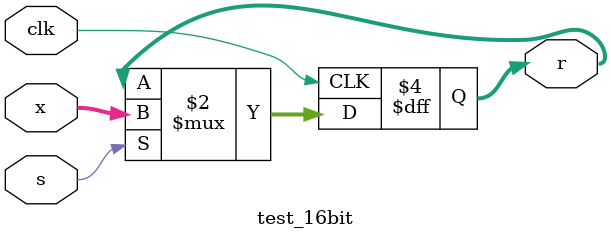
<source format=v>
module test_16bit(input [15:0] x, input s, input clk, output [15:0] r);
	reg [15:0] r;
	always @(posedge clk)
		if(s) r <= x ;
endmodule

</source>
